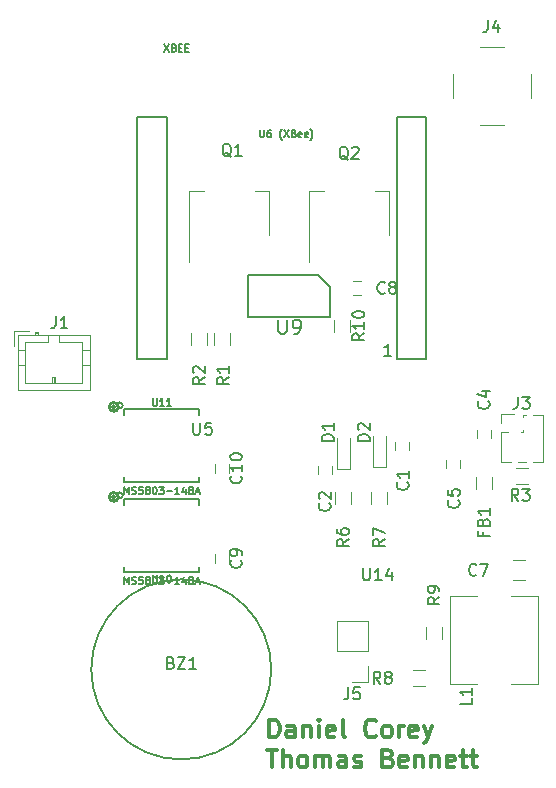
<source format=gbr>
G04 #@! TF.FileFunction,Legend,Top*
%FSLAX46Y46*%
G04 Gerber Fmt 4.6, Leading zero omitted, Abs format (unit mm)*
G04 Created by KiCad (PCBNEW 4.0.6) date Thu Dec 28 14:10:06 2017*
%MOMM*%
%LPD*%
G01*
G04 APERTURE LIST*
%ADD10C,0.128000*%
%ADD11C,0.300000*%
%ADD12C,0.150000*%
%ADD13C,0.120000*%
%ADD14C,0.203200*%
%ADD15C,0.254000*%
%ADD16C,0.127000*%
%ADD17C,0.152400*%
G04 APERTURE END LIST*
D10*
D11*
X156440143Y-116116571D02*
X156440143Y-114616571D01*
X156797286Y-114616571D01*
X157011571Y-114688000D01*
X157154429Y-114830857D01*
X157225857Y-114973714D01*
X157297286Y-115259429D01*
X157297286Y-115473714D01*
X157225857Y-115759429D01*
X157154429Y-115902286D01*
X157011571Y-116045143D01*
X156797286Y-116116571D01*
X156440143Y-116116571D01*
X158583000Y-116116571D02*
X158583000Y-115330857D01*
X158511571Y-115188000D01*
X158368714Y-115116571D01*
X158083000Y-115116571D01*
X157940143Y-115188000D01*
X158583000Y-116045143D02*
X158440143Y-116116571D01*
X158083000Y-116116571D01*
X157940143Y-116045143D01*
X157868714Y-115902286D01*
X157868714Y-115759429D01*
X157940143Y-115616571D01*
X158083000Y-115545143D01*
X158440143Y-115545143D01*
X158583000Y-115473714D01*
X159297286Y-115116571D02*
X159297286Y-116116571D01*
X159297286Y-115259429D02*
X159368714Y-115188000D01*
X159511572Y-115116571D01*
X159725857Y-115116571D01*
X159868714Y-115188000D01*
X159940143Y-115330857D01*
X159940143Y-116116571D01*
X160654429Y-116116571D02*
X160654429Y-115116571D01*
X160654429Y-114616571D02*
X160583000Y-114688000D01*
X160654429Y-114759429D01*
X160725857Y-114688000D01*
X160654429Y-114616571D01*
X160654429Y-114759429D01*
X161940143Y-116045143D02*
X161797286Y-116116571D01*
X161511572Y-116116571D01*
X161368715Y-116045143D01*
X161297286Y-115902286D01*
X161297286Y-115330857D01*
X161368715Y-115188000D01*
X161511572Y-115116571D01*
X161797286Y-115116571D01*
X161940143Y-115188000D01*
X162011572Y-115330857D01*
X162011572Y-115473714D01*
X161297286Y-115616571D01*
X162868715Y-116116571D02*
X162725857Y-116045143D01*
X162654429Y-115902286D01*
X162654429Y-114616571D01*
X165440143Y-115973714D02*
X165368714Y-116045143D01*
X165154428Y-116116571D01*
X165011571Y-116116571D01*
X164797286Y-116045143D01*
X164654428Y-115902286D01*
X164583000Y-115759429D01*
X164511571Y-115473714D01*
X164511571Y-115259429D01*
X164583000Y-114973714D01*
X164654428Y-114830857D01*
X164797286Y-114688000D01*
X165011571Y-114616571D01*
X165154428Y-114616571D01*
X165368714Y-114688000D01*
X165440143Y-114759429D01*
X166297286Y-116116571D02*
X166154428Y-116045143D01*
X166083000Y-115973714D01*
X166011571Y-115830857D01*
X166011571Y-115402286D01*
X166083000Y-115259429D01*
X166154428Y-115188000D01*
X166297286Y-115116571D01*
X166511571Y-115116571D01*
X166654428Y-115188000D01*
X166725857Y-115259429D01*
X166797286Y-115402286D01*
X166797286Y-115830857D01*
X166725857Y-115973714D01*
X166654428Y-116045143D01*
X166511571Y-116116571D01*
X166297286Y-116116571D01*
X167440143Y-116116571D02*
X167440143Y-115116571D01*
X167440143Y-115402286D02*
X167511571Y-115259429D01*
X167583000Y-115188000D01*
X167725857Y-115116571D01*
X167868714Y-115116571D01*
X168940142Y-116045143D02*
X168797285Y-116116571D01*
X168511571Y-116116571D01*
X168368714Y-116045143D01*
X168297285Y-115902286D01*
X168297285Y-115330857D01*
X168368714Y-115188000D01*
X168511571Y-115116571D01*
X168797285Y-115116571D01*
X168940142Y-115188000D01*
X169011571Y-115330857D01*
X169011571Y-115473714D01*
X168297285Y-115616571D01*
X169511571Y-115116571D02*
X169868714Y-116116571D01*
X170225856Y-115116571D02*
X169868714Y-116116571D01*
X169725856Y-116473714D01*
X169654428Y-116545143D01*
X169511571Y-116616571D01*
X156225857Y-117166571D02*
X157083000Y-117166571D01*
X156654429Y-118666571D02*
X156654429Y-117166571D01*
X157583000Y-118666571D02*
X157583000Y-117166571D01*
X158225857Y-118666571D02*
X158225857Y-117880857D01*
X158154428Y-117738000D01*
X158011571Y-117666571D01*
X157797286Y-117666571D01*
X157654428Y-117738000D01*
X157583000Y-117809429D01*
X159154429Y-118666571D02*
X159011571Y-118595143D01*
X158940143Y-118523714D01*
X158868714Y-118380857D01*
X158868714Y-117952286D01*
X158940143Y-117809429D01*
X159011571Y-117738000D01*
X159154429Y-117666571D01*
X159368714Y-117666571D01*
X159511571Y-117738000D01*
X159583000Y-117809429D01*
X159654429Y-117952286D01*
X159654429Y-118380857D01*
X159583000Y-118523714D01*
X159511571Y-118595143D01*
X159368714Y-118666571D01*
X159154429Y-118666571D01*
X160297286Y-118666571D02*
X160297286Y-117666571D01*
X160297286Y-117809429D02*
X160368714Y-117738000D01*
X160511572Y-117666571D01*
X160725857Y-117666571D01*
X160868714Y-117738000D01*
X160940143Y-117880857D01*
X160940143Y-118666571D01*
X160940143Y-117880857D02*
X161011572Y-117738000D01*
X161154429Y-117666571D01*
X161368714Y-117666571D01*
X161511572Y-117738000D01*
X161583000Y-117880857D01*
X161583000Y-118666571D01*
X162940143Y-118666571D02*
X162940143Y-117880857D01*
X162868714Y-117738000D01*
X162725857Y-117666571D01*
X162440143Y-117666571D01*
X162297286Y-117738000D01*
X162940143Y-118595143D02*
X162797286Y-118666571D01*
X162440143Y-118666571D01*
X162297286Y-118595143D01*
X162225857Y-118452286D01*
X162225857Y-118309429D01*
X162297286Y-118166571D01*
X162440143Y-118095143D01*
X162797286Y-118095143D01*
X162940143Y-118023714D01*
X163583000Y-118595143D02*
X163725857Y-118666571D01*
X164011572Y-118666571D01*
X164154429Y-118595143D01*
X164225857Y-118452286D01*
X164225857Y-118380857D01*
X164154429Y-118238000D01*
X164011572Y-118166571D01*
X163797286Y-118166571D01*
X163654429Y-118095143D01*
X163583000Y-117952286D01*
X163583000Y-117880857D01*
X163654429Y-117738000D01*
X163797286Y-117666571D01*
X164011572Y-117666571D01*
X164154429Y-117738000D01*
X166511572Y-117880857D02*
X166725858Y-117952286D01*
X166797286Y-118023714D01*
X166868715Y-118166571D01*
X166868715Y-118380857D01*
X166797286Y-118523714D01*
X166725858Y-118595143D01*
X166583000Y-118666571D01*
X166011572Y-118666571D01*
X166011572Y-117166571D01*
X166511572Y-117166571D01*
X166654429Y-117238000D01*
X166725858Y-117309429D01*
X166797286Y-117452286D01*
X166797286Y-117595143D01*
X166725858Y-117738000D01*
X166654429Y-117809429D01*
X166511572Y-117880857D01*
X166011572Y-117880857D01*
X168083000Y-118595143D02*
X167940143Y-118666571D01*
X167654429Y-118666571D01*
X167511572Y-118595143D01*
X167440143Y-118452286D01*
X167440143Y-117880857D01*
X167511572Y-117738000D01*
X167654429Y-117666571D01*
X167940143Y-117666571D01*
X168083000Y-117738000D01*
X168154429Y-117880857D01*
X168154429Y-118023714D01*
X167440143Y-118166571D01*
X168797286Y-117666571D02*
X168797286Y-118666571D01*
X168797286Y-117809429D02*
X168868714Y-117738000D01*
X169011572Y-117666571D01*
X169225857Y-117666571D01*
X169368714Y-117738000D01*
X169440143Y-117880857D01*
X169440143Y-118666571D01*
X170154429Y-117666571D02*
X170154429Y-118666571D01*
X170154429Y-117809429D02*
X170225857Y-117738000D01*
X170368715Y-117666571D01*
X170583000Y-117666571D01*
X170725857Y-117738000D01*
X170797286Y-117880857D01*
X170797286Y-118666571D01*
X172083000Y-118595143D02*
X171940143Y-118666571D01*
X171654429Y-118666571D01*
X171511572Y-118595143D01*
X171440143Y-118452286D01*
X171440143Y-117880857D01*
X171511572Y-117738000D01*
X171654429Y-117666571D01*
X171940143Y-117666571D01*
X172083000Y-117738000D01*
X172154429Y-117880857D01*
X172154429Y-118023714D01*
X171440143Y-118166571D01*
X172583000Y-117666571D02*
X173154429Y-117666571D01*
X172797286Y-117166571D02*
X172797286Y-118452286D01*
X172868714Y-118595143D01*
X173011572Y-118666571D01*
X173154429Y-118666571D01*
X173440143Y-117666571D02*
X174011572Y-117666571D01*
X173654429Y-117166571D02*
X173654429Y-118452286D01*
X173725857Y-118595143D01*
X173868715Y-118666571D01*
X174011572Y-118666571D01*
D12*
X156591000Y-110363000D02*
G75*
G03X156591000Y-110363000I-7620000J0D01*
G01*
D13*
X151720000Y-82923000D02*
X151720000Y-81923000D01*
X153080000Y-81923000D02*
X153080000Y-82923000D01*
X151175000Y-81923000D02*
X151175000Y-82923000D01*
X149815000Y-82923000D02*
X149815000Y-81923000D01*
D14*
X147731480Y-84114640D02*
X145232120Y-84114640D01*
X145232120Y-84114640D02*
X145232120Y-63614300D01*
X145232120Y-63614300D02*
X147731480Y-63614300D01*
X147731480Y-84114640D02*
X147731480Y-63614300D01*
X167228520Y-84114640D02*
X169727880Y-84114640D01*
X169727880Y-84114640D02*
X169727880Y-63614300D01*
X169727880Y-63614300D02*
X167228520Y-63614300D01*
X167228520Y-84114640D02*
X167228520Y-63614300D01*
D13*
X176035000Y-92770000D02*
X176857470Y-92770000D01*
X178742530Y-92770000D02*
X179565000Y-92770000D01*
X177472530Y-92770000D02*
X178127470Y-92770000D01*
X176035000Y-90295000D02*
X176035000Y-92770000D01*
X179565000Y-88840000D02*
X179565000Y-92770000D01*
X176035000Y-90295000D02*
X176601529Y-90295000D01*
X177728471Y-90295000D02*
X177871529Y-90295000D01*
X177925000Y-90241529D02*
X177925000Y-90098471D01*
X177925000Y-88971529D02*
X177925000Y-88840000D01*
X177925000Y-88840000D02*
X178127470Y-88840000D01*
X178742530Y-88840000D02*
X179565000Y-88840000D01*
X176035000Y-89535000D02*
X176035000Y-88775000D01*
X176035000Y-88775000D02*
X177165000Y-88775000D01*
X167040000Y-91790000D02*
X167040000Y-91090000D01*
X168240000Y-91090000D02*
X168240000Y-91790000D01*
X161763000Y-93122000D02*
X161763000Y-93822000D01*
X160563000Y-93822000D02*
X160563000Y-93122000D01*
X175225000Y-90074000D02*
X175225000Y-90774000D01*
X174025000Y-90774000D02*
X174025000Y-90074000D01*
X172558000Y-92614000D02*
X172558000Y-93314000D01*
X171358000Y-93314000D02*
X171358000Y-92614000D01*
X163480000Y-77505000D02*
X164180000Y-77505000D01*
X164180000Y-78705000D02*
X163480000Y-78705000D01*
X162137000Y-93367000D02*
X163237000Y-93367000D01*
X163237000Y-93367000D02*
X163237000Y-90767000D01*
X162137000Y-93367000D02*
X162137000Y-90767000D01*
X165185000Y-93240000D02*
X166285000Y-93240000D01*
X166285000Y-93240000D02*
X166285000Y-90640000D01*
X165185000Y-93240000D02*
X165185000Y-90640000D01*
X175305000Y-94115000D02*
X175305000Y-95115000D01*
X173945000Y-95115000D02*
X173945000Y-94115000D01*
X174050500Y-111586500D02*
X171750500Y-111586500D01*
X171750500Y-111586500D02*
X171750500Y-104186500D01*
X171750500Y-104186500D02*
X174050500Y-104186500D01*
X176850500Y-104186500D02*
X179150500Y-104186500D01*
X179150500Y-104186500D02*
X179150500Y-111586500D01*
X179150500Y-111586500D02*
X176850500Y-111586500D01*
X156445000Y-69845000D02*
X155185000Y-69845000D01*
X149625000Y-69845000D02*
X150885000Y-69845000D01*
X156445000Y-73605000D02*
X156445000Y-69845000D01*
X149625000Y-75855000D02*
X149625000Y-69845000D01*
X166605000Y-69845000D02*
X165345000Y-69845000D01*
X159785000Y-69845000D02*
X161045000Y-69845000D01*
X166605000Y-73605000D02*
X166605000Y-69845000D01*
X159785000Y-75855000D02*
X159785000Y-69845000D01*
X177300000Y-93300000D02*
X178300000Y-93300000D01*
X178300000Y-94660000D02*
X177300000Y-94660000D01*
X163367000Y-95342000D02*
X163367000Y-96342000D01*
X162007000Y-96342000D02*
X162007000Y-95342000D01*
X166415000Y-95385000D02*
X166415000Y-96385000D01*
X165055000Y-96385000D02*
X165055000Y-95385000D01*
X169600500Y-111741500D02*
X168600500Y-111741500D01*
X168600500Y-110381500D02*
X169600500Y-110381500D01*
X169690500Y-107751500D02*
X169690500Y-106751500D01*
X171050500Y-106751500D02*
X171050500Y-107751500D01*
X161880000Y-81780000D02*
X161880000Y-80780000D01*
X163240000Y-80780000D02*
X163240000Y-81780000D01*
D12*
X161565000Y-77985000D02*
X160565000Y-76985000D01*
X160565000Y-76985000D02*
X154665000Y-76985000D01*
X154665000Y-76985000D02*
X154665000Y-80495000D01*
X154665000Y-80495000D02*
X161565000Y-80495000D01*
X161565000Y-80495000D02*
X161565000Y-77985000D01*
D13*
X153000000Y-100615000D02*
X153000000Y-101315000D01*
X151800000Y-101315000D02*
X151800000Y-100615000D01*
X153000000Y-92995000D02*
X153000000Y-93695000D01*
X151800000Y-93695000D02*
X151800000Y-92995000D01*
D15*
X143637000Y-95758000D02*
G75*
G03X143637000Y-95758000I-381000J0D01*
G01*
X143383000Y-95758000D02*
G75*
G03X143383000Y-95758000I-127000J0D01*
G01*
D14*
X144122140Y-95961200D02*
X150517860Y-95961200D01*
X150517860Y-102158800D02*
X144122140Y-102158800D01*
X144122140Y-102158800D02*
X144122140Y-101658420D01*
X150517860Y-102158800D02*
X150517860Y-101658420D01*
X150517860Y-95961200D02*
X150517860Y-96461580D01*
X144122140Y-95961200D02*
X144122140Y-96461580D01*
D10*
X144018000Y-95631000D02*
G75*
G03X144018000Y-95631000I-254000J0D01*
G01*
D15*
X143637000Y-88138000D02*
G75*
G03X143637000Y-88138000I-381000J0D01*
G01*
X143383000Y-88138000D02*
G75*
G03X143383000Y-88138000I-127000J0D01*
G01*
D14*
X144122140Y-88341200D02*
X150517860Y-88341200D01*
X150517860Y-94538800D02*
X144122140Y-94538800D01*
X144122140Y-94538800D02*
X144122140Y-94038420D01*
X150517860Y-94538800D02*
X150517860Y-94038420D01*
X150517860Y-88341200D02*
X150517860Y-88841580D01*
X144122140Y-88341200D02*
X144122140Y-88841580D01*
D10*
X144018000Y-88011000D02*
G75*
G03X144018000Y-88011000I-254000J0D01*
G01*
D13*
X174260000Y-57660000D02*
X176260000Y-57660000D01*
X174260000Y-64260000D02*
X176260000Y-64260000D01*
X178560000Y-59960000D02*
X178560000Y-61960000D01*
X171960000Y-59960000D02*
X171960000Y-61960000D01*
X164779000Y-106239000D02*
X162119000Y-106239000D01*
X164779000Y-108839000D02*
X164779000Y-106239000D01*
X162119000Y-108839000D02*
X162119000Y-106239000D01*
X164779000Y-108839000D02*
X162119000Y-108839000D01*
X164779000Y-110109000D02*
X164779000Y-111439000D01*
X164779000Y-111439000D02*
X163449000Y-111439000D01*
X135110000Y-82020000D02*
X135110000Y-86720000D01*
X135110000Y-86720000D02*
X141210000Y-86720000D01*
X141210000Y-86720000D02*
X141210000Y-82020000D01*
X141210000Y-82020000D02*
X135110000Y-82020000D01*
X137660000Y-82020000D02*
X137660000Y-82620000D01*
X137660000Y-82620000D02*
X135710000Y-82620000D01*
X135710000Y-82620000D02*
X135710000Y-86120000D01*
X135710000Y-86120000D02*
X140610000Y-86120000D01*
X140610000Y-86120000D02*
X140610000Y-82620000D01*
X140610000Y-82620000D02*
X138660000Y-82620000D01*
X138660000Y-82620000D02*
X138660000Y-82020000D01*
X135110000Y-83320000D02*
X135710000Y-83320000D01*
X135110000Y-84620000D02*
X135710000Y-84620000D01*
X141210000Y-83320000D02*
X140610000Y-83320000D01*
X141210000Y-84620000D02*
X140610000Y-84620000D01*
X136860000Y-82020000D02*
X136860000Y-81820000D01*
X136860000Y-81820000D02*
X136560000Y-81820000D01*
X136560000Y-81820000D02*
X136560000Y-82020000D01*
X136860000Y-81920000D02*
X136560000Y-81920000D01*
X138060000Y-86120000D02*
X138060000Y-85620000D01*
X138060000Y-85620000D02*
X138260000Y-85620000D01*
X138260000Y-85620000D02*
X138260000Y-86120000D01*
X138160000Y-86120000D02*
X138160000Y-85620000D01*
X136060000Y-81720000D02*
X134810000Y-81720000D01*
X134810000Y-81720000D02*
X134810000Y-82970000D01*
X178046000Y-101131000D02*
X177046000Y-101131000D01*
X177046000Y-102831000D02*
X178046000Y-102831000D01*
D12*
X148090048Y-109791571D02*
X148232905Y-109839190D01*
X148280524Y-109886810D01*
X148328143Y-109982048D01*
X148328143Y-110124905D01*
X148280524Y-110220143D01*
X148232905Y-110267762D01*
X148137667Y-110315381D01*
X147756714Y-110315381D01*
X147756714Y-109315381D01*
X148090048Y-109315381D01*
X148185286Y-109363000D01*
X148232905Y-109410619D01*
X148280524Y-109505857D01*
X148280524Y-109601095D01*
X148232905Y-109696333D01*
X148185286Y-109743952D01*
X148090048Y-109791571D01*
X147756714Y-109791571D01*
X148661476Y-109315381D02*
X149328143Y-109315381D01*
X148661476Y-110315381D01*
X149328143Y-110315381D01*
X150232905Y-110315381D02*
X149661476Y-110315381D01*
X149947190Y-110315381D02*
X149947190Y-109315381D01*
X149851952Y-109458238D01*
X149756714Y-109553476D01*
X149661476Y-109601095D01*
X152979381Y-85637666D02*
X152503190Y-85971000D01*
X152979381Y-86209095D02*
X151979381Y-86209095D01*
X151979381Y-85828142D01*
X152027000Y-85732904D01*
X152074619Y-85685285D01*
X152169857Y-85637666D01*
X152312714Y-85637666D01*
X152407952Y-85685285D01*
X152455571Y-85732904D01*
X152503190Y-85828142D01*
X152503190Y-86209095D01*
X152979381Y-84685285D02*
X152979381Y-85256714D01*
X152979381Y-84971000D02*
X151979381Y-84971000D01*
X152122238Y-85066238D01*
X152217476Y-85161476D01*
X152265095Y-85256714D01*
X150947381Y-85637666D02*
X150471190Y-85971000D01*
X150947381Y-86209095D02*
X149947381Y-86209095D01*
X149947381Y-85828142D01*
X149995000Y-85732904D01*
X150042619Y-85685285D01*
X150137857Y-85637666D01*
X150280714Y-85637666D01*
X150375952Y-85685285D01*
X150423571Y-85732904D01*
X150471190Y-85828142D01*
X150471190Y-86209095D01*
X150042619Y-85256714D02*
X149995000Y-85209095D01*
X149947381Y-85113857D01*
X149947381Y-84875761D01*
X149995000Y-84780523D01*
X150042619Y-84732904D01*
X150137857Y-84685285D01*
X150233095Y-84685285D01*
X150375952Y-84732904D01*
X150947381Y-85304333D01*
X150947381Y-84685285D01*
D16*
X155640315Y-64690171D02*
X155640315Y-65183657D01*
X155669343Y-65241714D01*
X155698372Y-65270743D01*
X155756429Y-65299771D01*
X155872543Y-65299771D01*
X155930601Y-65270743D01*
X155959629Y-65241714D01*
X155988658Y-65183657D01*
X155988658Y-64690171D01*
X156540201Y-64690171D02*
X156424087Y-64690171D01*
X156366030Y-64719200D01*
X156337001Y-64748229D01*
X156278944Y-64835314D01*
X156249915Y-64951429D01*
X156249915Y-65183657D01*
X156278944Y-65241714D01*
X156307972Y-65270743D01*
X156366030Y-65299771D01*
X156482144Y-65299771D01*
X156540201Y-65270743D01*
X156569230Y-65241714D01*
X156598258Y-65183657D01*
X156598258Y-65038514D01*
X156569230Y-64980457D01*
X156540201Y-64951429D01*
X156482144Y-64922400D01*
X156366030Y-64922400D01*
X156307972Y-64951429D01*
X156278944Y-64980457D01*
X156249915Y-65038514D01*
X157498143Y-65532000D02*
X157469115Y-65502971D01*
X157411058Y-65415886D01*
X157382029Y-65357829D01*
X157353000Y-65270743D01*
X157323972Y-65125600D01*
X157323972Y-65009486D01*
X157353000Y-64864343D01*
X157382029Y-64777257D01*
X157411058Y-64719200D01*
X157469115Y-64632114D01*
X157498143Y-64603086D01*
X157672315Y-64690171D02*
X158078715Y-65299771D01*
X158078715Y-64690171D02*
X157672315Y-65299771D01*
X158514143Y-64980457D02*
X158601229Y-65009486D01*
X158630257Y-65038514D01*
X158659286Y-65096571D01*
X158659286Y-65183657D01*
X158630257Y-65241714D01*
X158601229Y-65270743D01*
X158543171Y-65299771D01*
X158310943Y-65299771D01*
X158310943Y-64690171D01*
X158514143Y-64690171D01*
X158572200Y-64719200D01*
X158601229Y-64748229D01*
X158630257Y-64806286D01*
X158630257Y-64864343D01*
X158601229Y-64922400D01*
X158572200Y-64951429D01*
X158514143Y-64980457D01*
X158310943Y-64980457D01*
X159152771Y-65270743D02*
X159094714Y-65299771D01*
X158978600Y-65299771D01*
X158920543Y-65270743D01*
X158891514Y-65212686D01*
X158891514Y-64980457D01*
X158920543Y-64922400D01*
X158978600Y-64893371D01*
X159094714Y-64893371D01*
X159152771Y-64922400D01*
X159181800Y-64980457D01*
X159181800Y-65038514D01*
X158891514Y-65096571D01*
X159675285Y-65270743D02*
X159617228Y-65299771D01*
X159501114Y-65299771D01*
X159443057Y-65270743D01*
X159414028Y-65212686D01*
X159414028Y-64980457D01*
X159443057Y-64922400D01*
X159501114Y-64893371D01*
X159617228Y-64893371D01*
X159675285Y-64922400D01*
X159704314Y-64980457D01*
X159704314Y-65038514D01*
X159414028Y-65096571D01*
X159907514Y-65532000D02*
X159936542Y-65502971D01*
X159994599Y-65415886D01*
X160023628Y-65357829D01*
X160052657Y-65270743D01*
X160081685Y-65125600D01*
X160081685Y-65009486D01*
X160052657Y-64864343D01*
X160023628Y-64777257D01*
X159994599Y-64719200D01*
X159936542Y-64632114D01*
X159907514Y-64603086D01*
X147530458Y-57451171D02*
X147936858Y-58060771D01*
X147936858Y-57451171D02*
X147530458Y-58060771D01*
X148372286Y-57741457D02*
X148459372Y-57770486D01*
X148488400Y-57799514D01*
X148517429Y-57857571D01*
X148517429Y-57944657D01*
X148488400Y-58002714D01*
X148459372Y-58031743D01*
X148401314Y-58060771D01*
X148169086Y-58060771D01*
X148169086Y-57451171D01*
X148372286Y-57451171D01*
X148430343Y-57480200D01*
X148459372Y-57509229D01*
X148488400Y-57567286D01*
X148488400Y-57625343D01*
X148459372Y-57683400D01*
X148430343Y-57712429D01*
X148372286Y-57741457D01*
X148169086Y-57741457D01*
X148778686Y-57741457D02*
X148981886Y-57741457D01*
X149068972Y-58060771D02*
X148778686Y-58060771D01*
X148778686Y-57451171D01*
X149068972Y-57451171D01*
X149330229Y-57741457D02*
X149533429Y-57741457D01*
X149620515Y-58060771D02*
X149330229Y-58060771D01*
X149330229Y-57451171D01*
X149620515Y-57451171D01*
D17*
X166761886Y-83832579D02*
X166181315Y-83832579D01*
X166471601Y-83832579D02*
X166471601Y-82816579D01*
X166374839Y-82961722D01*
X166278077Y-83058484D01*
X166181315Y-83106865D01*
D12*
X177466667Y-87292381D02*
X177466667Y-88006667D01*
X177419047Y-88149524D01*
X177323809Y-88244762D01*
X177180952Y-88292381D01*
X177085714Y-88292381D01*
X177847619Y-87292381D02*
X178466667Y-87292381D01*
X178133333Y-87673333D01*
X178276191Y-87673333D01*
X178371429Y-87720952D01*
X178419048Y-87768571D01*
X178466667Y-87863810D01*
X178466667Y-88101905D01*
X178419048Y-88197143D01*
X178371429Y-88244762D01*
X178276191Y-88292381D01*
X177990476Y-88292381D01*
X177895238Y-88244762D01*
X177847619Y-88197143D01*
X168124143Y-94527666D02*
X168171762Y-94575285D01*
X168219381Y-94718142D01*
X168219381Y-94813380D01*
X168171762Y-94956238D01*
X168076524Y-95051476D01*
X167981286Y-95099095D01*
X167790810Y-95146714D01*
X167647952Y-95146714D01*
X167457476Y-95099095D01*
X167362238Y-95051476D01*
X167267000Y-94956238D01*
X167219381Y-94813380D01*
X167219381Y-94718142D01*
X167267000Y-94575285D01*
X167314619Y-94527666D01*
X168219381Y-93575285D02*
X168219381Y-94146714D01*
X168219381Y-93861000D02*
X167219381Y-93861000D01*
X167362238Y-93956238D01*
X167457476Y-94051476D01*
X167505095Y-94146714D01*
X161520143Y-96305666D02*
X161567762Y-96353285D01*
X161615381Y-96496142D01*
X161615381Y-96591380D01*
X161567762Y-96734238D01*
X161472524Y-96829476D01*
X161377286Y-96877095D01*
X161186810Y-96924714D01*
X161043952Y-96924714D01*
X160853476Y-96877095D01*
X160758238Y-96829476D01*
X160663000Y-96734238D01*
X160615381Y-96591380D01*
X160615381Y-96496142D01*
X160663000Y-96353285D01*
X160710619Y-96305666D01*
X160710619Y-95924714D02*
X160663000Y-95877095D01*
X160615381Y-95781857D01*
X160615381Y-95543761D01*
X160663000Y-95448523D01*
X160710619Y-95400904D01*
X160805857Y-95353285D01*
X160901095Y-95353285D01*
X161043952Y-95400904D01*
X161615381Y-95972333D01*
X161615381Y-95353285D01*
X174982143Y-87669666D02*
X175029762Y-87717285D01*
X175077381Y-87860142D01*
X175077381Y-87955380D01*
X175029762Y-88098238D01*
X174934524Y-88193476D01*
X174839286Y-88241095D01*
X174648810Y-88288714D01*
X174505952Y-88288714D01*
X174315476Y-88241095D01*
X174220238Y-88193476D01*
X174125000Y-88098238D01*
X174077381Y-87955380D01*
X174077381Y-87860142D01*
X174125000Y-87717285D01*
X174172619Y-87669666D01*
X174410714Y-86812523D02*
X175077381Y-86812523D01*
X174029762Y-87050619D02*
X174744048Y-87288714D01*
X174744048Y-86669666D01*
X172442143Y-96051666D02*
X172489762Y-96099285D01*
X172537381Y-96242142D01*
X172537381Y-96337380D01*
X172489762Y-96480238D01*
X172394524Y-96575476D01*
X172299286Y-96623095D01*
X172108810Y-96670714D01*
X171965952Y-96670714D01*
X171775476Y-96623095D01*
X171680238Y-96575476D01*
X171585000Y-96480238D01*
X171537381Y-96337380D01*
X171537381Y-96242142D01*
X171585000Y-96099285D01*
X171632619Y-96051666D01*
X171537381Y-95146904D02*
X171537381Y-95623095D01*
X172013571Y-95670714D01*
X171965952Y-95623095D01*
X171918333Y-95527857D01*
X171918333Y-95289761D01*
X171965952Y-95194523D01*
X172013571Y-95146904D01*
X172108810Y-95099285D01*
X172346905Y-95099285D01*
X172442143Y-95146904D01*
X172489762Y-95194523D01*
X172537381Y-95289761D01*
X172537381Y-95527857D01*
X172489762Y-95623095D01*
X172442143Y-95670714D01*
X166203334Y-78462143D02*
X166155715Y-78509762D01*
X166012858Y-78557381D01*
X165917620Y-78557381D01*
X165774762Y-78509762D01*
X165679524Y-78414524D01*
X165631905Y-78319286D01*
X165584286Y-78128810D01*
X165584286Y-77985952D01*
X165631905Y-77795476D01*
X165679524Y-77700238D01*
X165774762Y-77605000D01*
X165917620Y-77557381D01*
X166012858Y-77557381D01*
X166155715Y-77605000D01*
X166203334Y-77652619D01*
X166774762Y-77985952D02*
X166679524Y-77938333D01*
X166631905Y-77890714D01*
X166584286Y-77795476D01*
X166584286Y-77747857D01*
X166631905Y-77652619D01*
X166679524Y-77605000D01*
X166774762Y-77557381D01*
X166965239Y-77557381D01*
X167060477Y-77605000D01*
X167108096Y-77652619D01*
X167155715Y-77747857D01*
X167155715Y-77795476D01*
X167108096Y-77890714D01*
X167060477Y-77938333D01*
X166965239Y-77985952D01*
X166774762Y-77985952D01*
X166679524Y-78033571D01*
X166631905Y-78081190D01*
X166584286Y-78176429D01*
X166584286Y-78366905D01*
X166631905Y-78462143D01*
X166679524Y-78509762D01*
X166774762Y-78557381D01*
X166965239Y-78557381D01*
X167060477Y-78509762D01*
X167108096Y-78462143D01*
X167155715Y-78366905D01*
X167155715Y-78176429D01*
X167108096Y-78081190D01*
X167060477Y-78033571D01*
X166965239Y-77985952D01*
X161869381Y-91035095D02*
X160869381Y-91035095D01*
X160869381Y-90797000D01*
X160917000Y-90654142D01*
X161012238Y-90558904D01*
X161107476Y-90511285D01*
X161297952Y-90463666D01*
X161440810Y-90463666D01*
X161631286Y-90511285D01*
X161726524Y-90558904D01*
X161821762Y-90654142D01*
X161869381Y-90797000D01*
X161869381Y-91035095D01*
X161869381Y-89511285D02*
X161869381Y-90082714D01*
X161869381Y-89797000D02*
X160869381Y-89797000D01*
X161012238Y-89892238D01*
X161107476Y-89987476D01*
X161155095Y-90082714D01*
X164917381Y-91035095D02*
X163917381Y-91035095D01*
X163917381Y-90797000D01*
X163965000Y-90654142D01*
X164060238Y-90558904D01*
X164155476Y-90511285D01*
X164345952Y-90463666D01*
X164488810Y-90463666D01*
X164679286Y-90511285D01*
X164774524Y-90558904D01*
X164869762Y-90654142D01*
X164917381Y-90797000D01*
X164917381Y-91035095D01*
X164012619Y-90082714D02*
X163965000Y-90035095D01*
X163917381Y-89939857D01*
X163917381Y-89701761D01*
X163965000Y-89606523D01*
X164012619Y-89558904D01*
X164107857Y-89511285D01*
X164203095Y-89511285D01*
X164345952Y-89558904D01*
X164917381Y-90130333D01*
X164917381Y-89511285D01*
X174553571Y-98750333D02*
X174553571Y-99083667D01*
X175077381Y-99083667D02*
X174077381Y-99083667D01*
X174077381Y-98607476D01*
X174553571Y-97893190D02*
X174601190Y-97750333D01*
X174648810Y-97702714D01*
X174744048Y-97655095D01*
X174886905Y-97655095D01*
X174982143Y-97702714D01*
X175029762Y-97750333D01*
X175077381Y-97845571D01*
X175077381Y-98226524D01*
X174077381Y-98226524D01*
X174077381Y-97893190D01*
X174125000Y-97797952D01*
X174172619Y-97750333D01*
X174267857Y-97702714D01*
X174363095Y-97702714D01*
X174458333Y-97750333D01*
X174505952Y-97797952D01*
X174553571Y-97893190D01*
X174553571Y-98226524D01*
X175077381Y-96702714D02*
X175077381Y-97274143D01*
X175077381Y-96988429D02*
X174077381Y-96988429D01*
X174220238Y-97083667D01*
X174315476Y-97178905D01*
X174363095Y-97274143D01*
X173553381Y-112815666D02*
X173553381Y-113291857D01*
X172553381Y-113291857D01*
X173553381Y-111958523D02*
X173553381Y-112529952D01*
X173553381Y-112244238D02*
X172553381Y-112244238D01*
X172696238Y-112339476D01*
X172791476Y-112434714D01*
X172839095Y-112529952D01*
X153193762Y-66968619D02*
X153098524Y-66921000D01*
X153003286Y-66825762D01*
X152860429Y-66682905D01*
X152765190Y-66635286D01*
X152669952Y-66635286D01*
X152717571Y-66873381D02*
X152622333Y-66825762D01*
X152527095Y-66730524D01*
X152479476Y-66540048D01*
X152479476Y-66206714D01*
X152527095Y-66016238D01*
X152622333Y-65921000D01*
X152717571Y-65873381D01*
X152908048Y-65873381D01*
X153003286Y-65921000D01*
X153098524Y-66016238D01*
X153146143Y-66206714D01*
X153146143Y-66540048D01*
X153098524Y-66730524D01*
X153003286Y-66825762D01*
X152908048Y-66873381D01*
X152717571Y-66873381D01*
X154098524Y-66873381D02*
X153527095Y-66873381D01*
X153812809Y-66873381D02*
X153812809Y-65873381D01*
X153717571Y-66016238D01*
X153622333Y-66111476D01*
X153527095Y-66159095D01*
X163099762Y-67222619D02*
X163004524Y-67175000D01*
X162909286Y-67079762D01*
X162766429Y-66936905D01*
X162671190Y-66889286D01*
X162575952Y-66889286D01*
X162623571Y-67127381D02*
X162528333Y-67079762D01*
X162433095Y-66984524D01*
X162385476Y-66794048D01*
X162385476Y-66460714D01*
X162433095Y-66270238D01*
X162528333Y-66175000D01*
X162623571Y-66127381D01*
X162814048Y-66127381D01*
X162909286Y-66175000D01*
X163004524Y-66270238D01*
X163052143Y-66460714D01*
X163052143Y-66794048D01*
X163004524Y-66984524D01*
X162909286Y-67079762D01*
X162814048Y-67127381D01*
X162623571Y-67127381D01*
X163433095Y-66222619D02*
X163480714Y-66175000D01*
X163575952Y-66127381D01*
X163814048Y-66127381D01*
X163909286Y-66175000D01*
X163956905Y-66222619D01*
X164004524Y-66317857D01*
X164004524Y-66413095D01*
X163956905Y-66555952D01*
X163385476Y-67127381D01*
X164004524Y-67127381D01*
X177506334Y-96083381D02*
X177173000Y-95607190D01*
X176934905Y-96083381D02*
X176934905Y-95083381D01*
X177315858Y-95083381D01*
X177411096Y-95131000D01*
X177458715Y-95178619D01*
X177506334Y-95273857D01*
X177506334Y-95416714D01*
X177458715Y-95511952D01*
X177411096Y-95559571D01*
X177315858Y-95607190D01*
X176934905Y-95607190D01*
X177839667Y-95083381D02*
X178458715Y-95083381D01*
X178125381Y-95464333D01*
X178268239Y-95464333D01*
X178363477Y-95511952D01*
X178411096Y-95559571D01*
X178458715Y-95654810D01*
X178458715Y-95892905D01*
X178411096Y-95988143D01*
X178363477Y-96035762D01*
X178268239Y-96083381D01*
X177982524Y-96083381D01*
X177887286Y-96035762D01*
X177839667Y-95988143D01*
X163139381Y-99353666D02*
X162663190Y-99687000D01*
X163139381Y-99925095D02*
X162139381Y-99925095D01*
X162139381Y-99544142D01*
X162187000Y-99448904D01*
X162234619Y-99401285D01*
X162329857Y-99353666D01*
X162472714Y-99353666D01*
X162567952Y-99401285D01*
X162615571Y-99448904D01*
X162663190Y-99544142D01*
X162663190Y-99925095D01*
X162139381Y-98496523D02*
X162139381Y-98687000D01*
X162187000Y-98782238D01*
X162234619Y-98829857D01*
X162377476Y-98925095D01*
X162567952Y-98972714D01*
X162948905Y-98972714D01*
X163044143Y-98925095D01*
X163091762Y-98877476D01*
X163139381Y-98782238D01*
X163139381Y-98591761D01*
X163091762Y-98496523D01*
X163044143Y-98448904D01*
X162948905Y-98401285D01*
X162710810Y-98401285D01*
X162615571Y-98448904D01*
X162567952Y-98496523D01*
X162520333Y-98591761D01*
X162520333Y-98782238D01*
X162567952Y-98877476D01*
X162615571Y-98925095D01*
X162710810Y-98972714D01*
X166187381Y-99353666D02*
X165711190Y-99687000D01*
X166187381Y-99925095D02*
X165187381Y-99925095D01*
X165187381Y-99544142D01*
X165235000Y-99448904D01*
X165282619Y-99401285D01*
X165377857Y-99353666D01*
X165520714Y-99353666D01*
X165615952Y-99401285D01*
X165663571Y-99448904D01*
X165711190Y-99544142D01*
X165711190Y-99925095D01*
X165187381Y-99020333D02*
X165187381Y-98353666D01*
X166187381Y-98782238D01*
X165822334Y-111577381D02*
X165489000Y-111101190D01*
X165250905Y-111577381D02*
X165250905Y-110577381D01*
X165631858Y-110577381D01*
X165727096Y-110625000D01*
X165774715Y-110672619D01*
X165822334Y-110767857D01*
X165822334Y-110910714D01*
X165774715Y-111005952D01*
X165727096Y-111053571D01*
X165631858Y-111101190D01*
X165250905Y-111101190D01*
X166393762Y-111005952D02*
X166298524Y-110958333D01*
X166250905Y-110910714D01*
X166203286Y-110815476D01*
X166203286Y-110767857D01*
X166250905Y-110672619D01*
X166298524Y-110625000D01*
X166393762Y-110577381D01*
X166584239Y-110577381D01*
X166679477Y-110625000D01*
X166727096Y-110672619D01*
X166774715Y-110767857D01*
X166774715Y-110815476D01*
X166727096Y-110910714D01*
X166679477Y-110958333D01*
X166584239Y-111005952D01*
X166393762Y-111005952D01*
X166298524Y-111053571D01*
X166250905Y-111101190D01*
X166203286Y-111196429D01*
X166203286Y-111386905D01*
X166250905Y-111482143D01*
X166298524Y-111529762D01*
X166393762Y-111577381D01*
X166584239Y-111577381D01*
X166679477Y-111529762D01*
X166727096Y-111482143D01*
X166774715Y-111386905D01*
X166774715Y-111196429D01*
X166727096Y-111101190D01*
X166679477Y-111053571D01*
X166584239Y-111005952D01*
X170822881Y-104243166D02*
X170346690Y-104576500D01*
X170822881Y-104814595D02*
X169822881Y-104814595D01*
X169822881Y-104433642D01*
X169870500Y-104338404D01*
X169918119Y-104290785D01*
X170013357Y-104243166D01*
X170156214Y-104243166D01*
X170251452Y-104290785D01*
X170299071Y-104338404D01*
X170346690Y-104433642D01*
X170346690Y-104814595D01*
X170822881Y-103766976D02*
X170822881Y-103576500D01*
X170775262Y-103481261D01*
X170727643Y-103433642D01*
X170584786Y-103338404D01*
X170394310Y-103290785D01*
X170013357Y-103290785D01*
X169918119Y-103338404D01*
X169870500Y-103386023D01*
X169822881Y-103481261D01*
X169822881Y-103671738D01*
X169870500Y-103766976D01*
X169918119Y-103814595D01*
X170013357Y-103862214D01*
X170251452Y-103862214D01*
X170346690Y-103814595D01*
X170394310Y-103766976D01*
X170441929Y-103671738D01*
X170441929Y-103481261D01*
X170394310Y-103386023D01*
X170346690Y-103338404D01*
X170251452Y-103290785D01*
X164462381Y-81922857D02*
X163986190Y-82256191D01*
X164462381Y-82494286D02*
X163462381Y-82494286D01*
X163462381Y-82113333D01*
X163510000Y-82018095D01*
X163557619Y-81970476D01*
X163652857Y-81922857D01*
X163795714Y-81922857D01*
X163890952Y-81970476D01*
X163938571Y-82018095D01*
X163986190Y-82113333D01*
X163986190Y-82494286D01*
X164462381Y-80970476D02*
X164462381Y-81541905D01*
X164462381Y-81256191D02*
X163462381Y-81256191D01*
X163605238Y-81351429D01*
X163700476Y-81446667D01*
X163748095Y-81541905D01*
X163462381Y-80351429D02*
X163462381Y-80256190D01*
X163510000Y-80160952D01*
X163557619Y-80113333D01*
X163652857Y-80065714D01*
X163843333Y-80018095D01*
X164081429Y-80018095D01*
X164271905Y-80065714D01*
X164367143Y-80113333D01*
X164414762Y-80160952D01*
X164462381Y-80256190D01*
X164462381Y-80351429D01*
X164414762Y-80446667D01*
X164367143Y-80494286D01*
X164271905Y-80541905D01*
X164081429Y-80589524D01*
X163843333Y-80589524D01*
X163652857Y-80541905D01*
X163557619Y-80494286D01*
X163510000Y-80446667D01*
X163462381Y-80351429D01*
X157200714Y-80749857D02*
X157200714Y-81721286D01*
X157257857Y-81835571D01*
X157315000Y-81892714D01*
X157429286Y-81949857D01*
X157657857Y-81949857D01*
X157772143Y-81892714D01*
X157829286Y-81835571D01*
X157886429Y-81721286D01*
X157886429Y-80749857D01*
X158515000Y-81949857D02*
X158743572Y-81949857D01*
X158857857Y-81892714D01*
X158915000Y-81835571D01*
X159029286Y-81664143D01*
X159086429Y-81435571D01*
X159086429Y-80978429D01*
X159029286Y-80864143D01*
X158972143Y-80807000D01*
X158857857Y-80749857D01*
X158629286Y-80749857D01*
X158515000Y-80807000D01*
X158457857Y-80864143D01*
X158400714Y-80978429D01*
X158400714Y-81264143D01*
X158457857Y-81378429D01*
X158515000Y-81435571D01*
X158629286Y-81492714D01*
X158857857Y-81492714D01*
X158972143Y-81435571D01*
X159029286Y-81378429D01*
X159086429Y-81264143D01*
X154007143Y-101131666D02*
X154054762Y-101179285D01*
X154102381Y-101322142D01*
X154102381Y-101417380D01*
X154054762Y-101560238D01*
X153959524Y-101655476D01*
X153864286Y-101703095D01*
X153673810Y-101750714D01*
X153530952Y-101750714D01*
X153340476Y-101703095D01*
X153245238Y-101655476D01*
X153150000Y-101560238D01*
X153102381Y-101417380D01*
X153102381Y-101322142D01*
X153150000Y-101179285D01*
X153197619Y-101131666D01*
X154102381Y-100655476D02*
X154102381Y-100465000D01*
X154054762Y-100369761D01*
X154007143Y-100322142D01*
X153864286Y-100226904D01*
X153673810Y-100179285D01*
X153292857Y-100179285D01*
X153197619Y-100226904D01*
X153150000Y-100274523D01*
X153102381Y-100369761D01*
X153102381Y-100560238D01*
X153150000Y-100655476D01*
X153197619Y-100703095D01*
X153292857Y-100750714D01*
X153530952Y-100750714D01*
X153626190Y-100703095D01*
X153673810Y-100655476D01*
X153721429Y-100560238D01*
X153721429Y-100369761D01*
X153673810Y-100274523D01*
X153626190Y-100226904D01*
X153530952Y-100179285D01*
X154007143Y-93987857D02*
X154054762Y-94035476D01*
X154102381Y-94178333D01*
X154102381Y-94273571D01*
X154054762Y-94416429D01*
X153959524Y-94511667D01*
X153864286Y-94559286D01*
X153673810Y-94606905D01*
X153530952Y-94606905D01*
X153340476Y-94559286D01*
X153245238Y-94511667D01*
X153150000Y-94416429D01*
X153102381Y-94273571D01*
X153102381Y-94178333D01*
X153150000Y-94035476D01*
X153197619Y-93987857D01*
X154102381Y-93035476D02*
X154102381Y-93606905D01*
X154102381Y-93321191D02*
X153102381Y-93321191D01*
X153245238Y-93416429D01*
X153340476Y-93511667D01*
X153388095Y-93606905D01*
X153102381Y-92416429D02*
X153102381Y-92321190D01*
X153150000Y-92225952D01*
X153197619Y-92178333D01*
X153292857Y-92130714D01*
X153483333Y-92083095D01*
X153721429Y-92083095D01*
X153911905Y-92130714D01*
X154007143Y-92178333D01*
X154054762Y-92225952D01*
X154102381Y-92321190D01*
X154102381Y-92416429D01*
X154054762Y-92511667D01*
X154007143Y-92559286D01*
X153911905Y-92606905D01*
X153721429Y-92654524D01*
X153483333Y-92654524D01*
X153292857Y-92606905D01*
X153197619Y-92559286D01*
X153150000Y-92511667D01*
X153102381Y-92416429D01*
D16*
X146565258Y-102409171D02*
X146565258Y-102902657D01*
X146594286Y-102960714D01*
X146623315Y-102989743D01*
X146681372Y-103018771D01*
X146797486Y-103018771D01*
X146855544Y-102989743D01*
X146884572Y-102960714D01*
X146913601Y-102902657D01*
X146913601Y-102409171D01*
X147523201Y-103018771D02*
X147174858Y-103018771D01*
X147349030Y-103018771D02*
X147349030Y-102409171D01*
X147290973Y-102496257D01*
X147232915Y-102554314D01*
X147174858Y-102583343D01*
X147900572Y-102409171D02*
X147958629Y-102409171D01*
X148016686Y-102438200D01*
X148045715Y-102467229D01*
X148074744Y-102525286D01*
X148103772Y-102641400D01*
X148103772Y-102786543D01*
X148074744Y-102902657D01*
X148045715Y-102960714D01*
X148016686Y-102989743D01*
X147958629Y-103018771D01*
X147900572Y-103018771D01*
X147842515Y-102989743D01*
X147813486Y-102960714D01*
X147784458Y-102902657D01*
X147755429Y-102786543D01*
X147755429Y-102641400D01*
X147784458Y-102525286D01*
X147813486Y-102467229D01*
X147842515Y-102438200D01*
X147900572Y-102409171D01*
X144141373Y-103145771D02*
X144141373Y-102536171D01*
X144344573Y-102971600D01*
X144547773Y-102536171D01*
X144547773Y-103145771D01*
X144809030Y-103116743D02*
X144896116Y-103145771D01*
X145041259Y-103145771D01*
X145099316Y-103116743D01*
X145128345Y-103087714D01*
X145157373Y-103029657D01*
X145157373Y-102971600D01*
X145128345Y-102913543D01*
X145099316Y-102884514D01*
X145041259Y-102855486D01*
X144925145Y-102826457D01*
X144867087Y-102797429D01*
X144838059Y-102768400D01*
X144809030Y-102710343D01*
X144809030Y-102652286D01*
X144838059Y-102594229D01*
X144867087Y-102565200D01*
X144925145Y-102536171D01*
X145070287Y-102536171D01*
X145157373Y-102565200D01*
X145708916Y-102536171D02*
X145418630Y-102536171D01*
X145389601Y-102826457D01*
X145418630Y-102797429D01*
X145476687Y-102768400D01*
X145621830Y-102768400D01*
X145679887Y-102797429D01*
X145708916Y-102826457D01*
X145737944Y-102884514D01*
X145737944Y-103029657D01*
X145708916Y-103087714D01*
X145679887Y-103116743D01*
X145621830Y-103145771D01*
X145476687Y-103145771D01*
X145418630Y-103116743D01*
X145389601Y-103087714D01*
X146086287Y-102797429D02*
X146028229Y-102768400D01*
X145999201Y-102739371D01*
X145970172Y-102681314D01*
X145970172Y-102652286D01*
X145999201Y-102594229D01*
X146028229Y-102565200D01*
X146086287Y-102536171D01*
X146202401Y-102536171D01*
X146260458Y-102565200D01*
X146289487Y-102594229D01*
X146318515Y-102652286D01*
X146318515Y-102681314D01*
X146289487Y-102739371D01*
X146260458Y-102768400D01*
X146202401Y-102797429D01*
X146086287Y-102797429D01*
X146028229Y-102826457D01*
X145999201Y-102855486D01*
X145970172Y-102913543D01*
X145970172Y-103029657D01*
X145999201Y-103087714D01*
X146028229Y-103116743D01*
X146086287Y-103145771D01*
X146202401Y-103145771D01*
X146260458Y-103116743D01*
X146289487Y-103087714D01*
X146318515Y-103029657D01*
X146318515Y-102913543D01*
X146289487Y-102855486D01*
X146260458Y-102826457D01*
X146202401Y-102797429D01*
X146695886Y-102536171D02*
X146753943Y-102536171D01*
X146812000Y-102565200D01*
X146841029Y-102594229D01*
X146870058Y-102652286D01*
X146899086Y-102768400D01*
X146899086Y-102913543D01*
X146870058Y-103029657D01*
X146841029Y-103087714D01*
X146812000Y-103116743D01*
X146753943Y-103145771D01*
X146695886Y-103145771D01*
X146637829Y-103116743D01*
X146608800Y-103087714D01*
X146579772Y-103029657D01*
X146550743Y-102913543D01*
X146550743Y-102768400D01*
X146579772Y-102652286D01*
X146608800Y-102594229D01*
X146637829Y-102565200D01*
X146695886Y-102536171D01*
X147102286Y-102536171D02*
X147479657Y-102536171D01*
X147276457Y-102768400D01*
X147363543Y-102768400D01*
X147421600Y-102797429D01*
X147450629Y-102826457D01*
X147479657Y-102884514D01*
X147479657Y-103029657D01*
X147450629Y-103087714D01*
X147421600Y-103116743D01*
X147363543Y-103145771D01*
X147189371Y-103145771D01*
X147131314Y-103116743D01*
X147102286Y-103087714D01*
X147740914Y-102913543D02*
X148205371Y-102913543D01*
X148814971Y-103145771D02*
X148466628Y-103145771D01*
X148640800Y-103145771D02*
X148640800Y-102536171D01*
X148582743Y-102623257D01*
X148524685Y-102681314D01*
X148466628Y-102710343D01*
X149337485Y-102739371D02*
X149337485Y-103145771D01*
X149192342Y-102507143D02*
X149047199Y-102942571D01*
X149424571Y-102942571D01*
X149859999Y-102826457D02*
X149947085Y-102855486D01*
X149976113Y-102884514D01*
X150005142Y-102942571D01*
X150005142Y-103029657D01*
X149976113Y-103087714D01*
X149947085Y-103116743D01*
X149889027Y-103145771D01*
X149656799Y-103145771D01*
X149656799Y-102536171D01*
X149859999Y-102536171D01*
X149918056Y-102565200D01*
X149947085Y-102594229D01*
X149976113Y-102652286D01*
X149976113Y-102710343D01*
X149947085Y-102768400D01*
X149918056Y-102797429D01*
X149859999Y-102826457D01*
X149656799Y-102826457D01*
X150237370Y-102971600D02*
X150527656Y-102971600D01*
X150179313Y-103145771D02*
X150382513Y-102536171D01*
X150585713Y-103145771D01*
X146565258Y-87423171D02*
X146565258Y-87916657D01*
X146594286Y-87974714D01*
X146623315Y-88003743D01*
X146681372Y-88032771D01*
X146797486Y-88032771D01*
X146855544Y-88003743D01*
X146884572Y-87974714D01*
X146913601Y-87916657D01*
X146913601Y-87423171D01*
X147523201Y-88032771D02*
X147174858Y-88032771D01*
X147349030Y-88032771D02*
X147349030Y-87423171D01*
X147290973Y-87510257D01*
X147232915Y-87568314D01*
X147174858Y-87597343D01*
X148103772Y-88032771D02*
X147755429Y-88032771D01*
X147929601Y-88032771D02*
X147929601Y-87423171D01*
X147871544Y-87510257D01*
X147813486Y-87568314D01*
X147755429Y-87597343D01*
X144141373Y-95525771D02*
X144141373Y-94916171D01*
X144344573Y-95351600D01*
X144547773Y-94916171D01*
X144547773Y-95525771D01*
X144809030Y-95496743D02*
X144896116Y-95525771D01*
X145041259Y-95525771D01*
X145099316Y-95496743D01*
X145128345Y-95467714D01*
X145157373Y-95409657D01*
X145157373Y-95351600D01*
X145128345Y-95293543D01*
X145099316Y-95264514D01*
X145041259Y-95235486D01*
X144925145Y-95206457D01*
X144867087Y-95177429D01*
X144838059Y-95148400D01*
X144809030Y-95090343D01*
X144809030Y-95032286D01*
X144838059Y-94974229D01*
X144867087Y-94945200D01*
X144925145Y-94916171D01*
X145070287Y-94916171D01*
X145157373Y-94945200D01*
X145708916Y-94916171D02*
X145418630Y-94916171D01*
X145389601Y-95206457D01*
X145418630Y-95177429D01*
X145476687Y-95148400D01*
X145621830Y-95148400D01*
X145679887Y-95177429D01*
X145708916Y-95206457D01*
X145737944Y-95264514D01*
X145737944Y-95409657D01*
X145708916Y-95467714D01*
X145679887Y-95496743D01*
X145621830Y-95525771D01*
X145476687Y-95525771D01*
X145418630Y-95496743D01*
X145389601Y-95467714D01*
X146086287Y-95177429D02*
X146028229Y-95148400D01*
X145999201Y-95119371D01*
X145970172Y-95061314D01*
X145970172Y-95032286D01*
X145999201Y-94974229D01*
X146028229Y-94945200D01*
X146086287Y-94916171D01*
X146202401Y-94916171D01*
X146260458Y-94945200D01*
X146289487Y-94974229D01*
X146318515Y-95032286D01*
X146318515Y-95061314D01*
X146289487Y-95119371D01*
X146260458Y-95148400D01*
X146202401Y-95177429D01*
X146086287Y-95177429D01*
X146028229Y-95206457D01*
X145999201Y-95235486D01*
X145970172Y-95293543D01*
X145970172Y-95409657D01*
X145999201Y-95467714D01*
X146028229Y-95496743D01*
X146086287Y-95525771D01*
X146202401Y-95525771D01*
X146260458Y-95496743D01*
X146289487Y-95467714D01*
X146318515Y-95409657D01*
X146318515Y-95293543D01*
X146289487Y-95235486D01*
X146260458Y-95206457D01*
X146202401Y-95177429D01*
X146695886Y-94916171D02*
X146753943Y-94916171D01*
X146812000Y-94945200D01*
X146841029Y-94974229D01*
X146870058Y-95032286D01*
X146899086Y-95148400D01*
X146899086Y-95293543D01*
X146870058Y-95409657D01*
X146841029Y-95467714D01*
X146812000Y-95496743D01*
X146753943Y-95525771D01*
X146695886Y-95525771D01*
X146637829Y-95496743D01*
X146608800Y-95467714D01*
X146579772Y-95409657D01*
X146550743Y-95293543D01*
X146550743Y-95148400D01*
X146579772Y-95032286D01*
X146608800Y-94974229D01*
X146637829Y-94945200D01*
X146695886Y-94916171D01*
X147102286Y-94916171D02*
X147479657Y-94916171D01*
X147276457Y-95148400D01*
X147363543Y-95148400D01*
X147421600Y-95177429D01*
X147450629Y-95206457D01*
X147479657Y-95264514D01*
X147479657Y-95409657D01*
X147450629Y-95467714D01*
X147421600Y-95496743D01*
X147363543Y-95525771D01*
X147189371Y-95525771D01*
X147131314Y-95496743D01*
X147102286Y-95467714D01*
X147740914Y-95293543D02*
X148205371Y-95293543D01*
X148814971Y-95525771D02*
X148466628Y-95525771D01*
X148640800Y-95525771D02*
X148640800Y-94916171D01*
X148582743Y-95003257D01*
X148524685Y-95061314D01*
X148466628Y-95090343D01*
X149337485Y-95119371D02*
X149337485Y-95525771D01*
X149192342Y-94887143D02*
X149047199Y-95322571D01*
X149424571Y-95322571D01*
X149859999Y-95206457D02*
X149947085Y-95235486D01*
X149976113Y-95264514D01*
X150005142Y-95322571D01*
X150005142Y-95409657D01*
X149976113Y-95467714D01*
X149947085Y-95496743D01*
X149889027Y-95525771D01*
X149656799Y-95525771D01*
X149656799Y-94916171D01*
X149859999Y-94916171D01*
X149918056Y-94945200D01*
X149947085Y-94974229D01*
X149976113Y-95032286D01*
X149976113Y-95090343D01*
X149947085Y-95148400D01*
X149918056Y-95177429D01*
X149859999Y-95206457D01*
X149656799Y-95206457D01*
X150237370Y-95351600D02*
X150527656Y-95351600D01*
X150179313Y-95525771D02*
X150382513Y-94916171D01*
X150585713Y-95525771D01*
D12*
X174926667Y-55412381D02*
X174926667Y-56126667D01*
X174879047Y-56269524D01*
X174783809Y-56364762D01*
X174640952Y-56412381D01*
X174545714Y-56412381D01*
X175831429Y-55745714D02*
X175831429Y-56412381D01*
X175593333Y-55364762D02*
X175355238Y-56079048D01*
X175974286Y-56079048D01*
X149987095Y-89487381D02*
X149987095Y-90296905D01*
X150034714Y-90392143D01*
X150082333Y-90439762D01*
X150177571Y-90487381D01*
X150368048Y-90487381D01*
X150463286Y-90439762D01*
X150510905Y-90392143D01*
X150558524Y-90296905D01*
X150558524Y-89487381D01*
X151510905Y-89487381D02*
X151034714Y-89487381D01*
X150987095Y-89963571D01*
X151034714Y-89915952D01*
X151129952Y-89868333D01*
X151368048Y-89868333D01*
X151463286Y-89915952D01*
X151510905Y-89963571D01*
X151558524Y-90058810D01*
X151558524Y-90296905D01*
X151510905Y-90392143D01*
X151463286Y-90439762D01*
X151368048Y-90487381D01*
X151129952Y-90487381D01*
X151034714Y-90439762D01*
X150987095Y-90392143D01*
X163115667Y-111891381D02*
X163115667Y-112605667D01*
X163068047Y-112748524D01*
X162972809Y-112843762D01*
X162829952Y-112891381D01*
X162734714Y-112891381D01*
X164068048Y-111891381D02*
X163591857Y-111891381D01*
X163544238Y-112367571D01*
X163591857Y-112319952D01*
X163687095Y-112272333D01*
X163925191Y-112272333D01*
X164020429Y-112319952D01*
X164068048Y-112367571D01*
X164115667Y-112462810D01*
X164115667Y-112700905D01*
X164068048Y-112796143D01*
X164020429Y-112843762D01*
X163925191Y-112891381D01*
X163687095Y-112891381D01*
X163591857Y-112843762D01*
X163544238Y-112796143D01*
X138326667Y-80472381D02*
X138326667Y-81186667D01*
X138279047Y-81329524D01*
X138183809Y-81424762D01*
X138040952Y-81472381D01*
X137945714Y-81472381D01*
X139326667Y-81472381D02*
X138755238Y-81472381D01*
X139040952Y-81472381D02*
X139040952Y-80472381D01*
X138945714Y-80615238D01*
X138850476Y-80710476D01*
X138755238Y-80758095D01*
X173950334Y-102338143D02*
X173902715Y-102385762D01*
X173759858Y-102433381D01*
X173664620Y-102433381D01*
X173521762Y-102385762D01*
X173426524Y-102290524D01*
X173378905Y-102195286D01*
X173331286Y-102004810D01*
X173331286Y-101861952D01*
X173378905Y-101671476D01*
X173426524Y-101576238D01*
X173521762Y-101481000D01*
X173664620Y-101433381D01*
X173759858Y-101433381D01*
X173902715Y-101481000D01*
X173950334Y-101528619D01*
X174283667Y-101433381D02*
X174950334Y-101433381D01*
X174521762Y-102433381D01*
X164369905Y-101806381D02*
X164369905Y-102615905D01*
X164417524Y-102711143D01*
X164465143Y-102758762D01*
X164560381Y-102806381D01*
X164750858Y-102806381D01*
X164846096Y-102758762D01*
X164893715Y-102711143D01*
X164941334Y-102615905D01*
X164941334Y-101806381D01*
X165941334Y-102806381D02*
X165369905Y-102806381D01*
X165655619Y-102806381D02*
X165655619Y-101806381D01*
X165560381Y-101949238D01*
X165465143Y-102044476D01*
X165369905Y-102092095D01*
X166798477Y-102139714D02*
X166798477Y-102806381D01*
X166560381Y-101758762D02*
X166322286Y-102473048D01*
X166941334Y-102473048D01*
M02*

</source>
